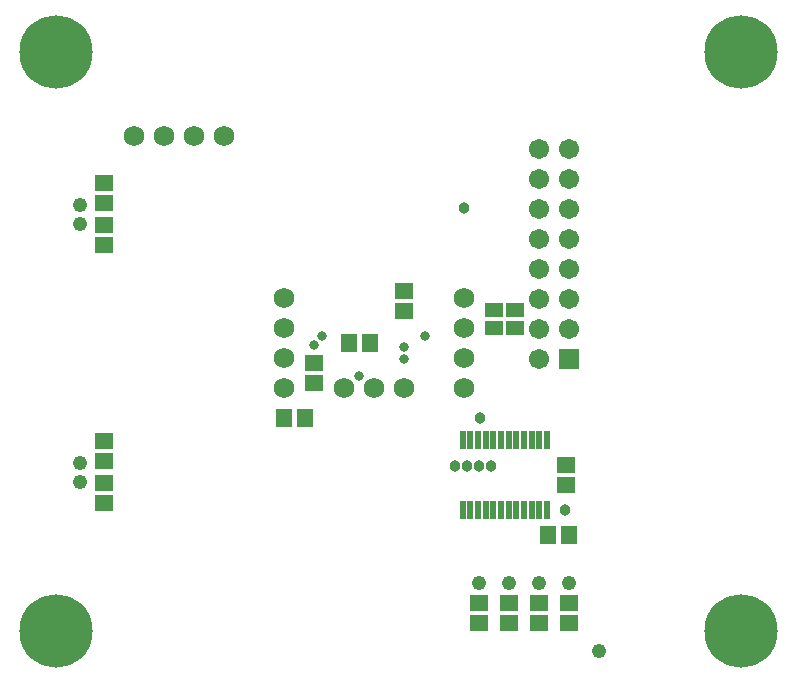
<source format=gbs>
G04 Layer_Color=16711935*
%FSLAX25Y25*%
%MOIN*%
G70*
G01*
G75*
%ADD40C,0.06800*%
%ADD41C,0.24409*%
%ADD42C,0.06706*%
%ADD43R,0.06706X0.06706*%
%ADD44C,0.03800*%
%ADD45C,0.03300*%
%ADD46C,0.04800*%
%ADD47R,0.06115X0.05328*%
%ADD48R,0.02375X0.06312*%
%ADD49R,0.05328X0.06115*%
%ADD50R,0.06312X0.05131*%
%ADD51R,0.05328X0.06312*%
%ADD52R,0.06312X0.05328*%
D40*
X35000Y-15000D02*
D03*
X45000D02*
D03*
X25000D02*
D03*
X65000D02*
D03*
Y-5000D02*
D03*
Y5000D02*
D03*
Y15000D02*
D03*
X5000Y-15000D02*
D03*
Y-5000D02*
D03*
Y5000D02*
D03*
Y15000D02*
D03*
X-15000Y68898D02*
D03*
X-25000D02*
D03*
X-35000D02*
D03*
X-45000D02*
D03*
D41*
X-71220Y96850D02*
D03*
X157126D02*
D03*
Y-96063D02*
D03*
X-71220D02*
D03*
D42*
X90000Y64764D02*
D03*
X100000D02*
D03*
X90000Y54764D02*
D03*
X100000D02*
D03*
X90000Y44764D02*
D03*
X100000D02*
D03*
X90000Y34764D02*
D03*
X100000D02*
D03*
X90000Y24764D02*
D03*
X100000D02*
D03*
X90000Y14764D02*
D03*
X100000D02*
D03*
X90000Y4764D02*
D03*
X100000D02*
D03*
X90000Y-5236D02*
D03*
D43*
X100000D02*
D03*
D44*
X65000Y45000D02*
D03*
X70339Y-25000D02*
D03*
X62000Y-41000D02*
D03*
X70000D02*
D03*
X74000D02*
D03*
X66000D02*
D03*
X98614Y-55614D02*
D03*
D45*
X30000Y-11000D02*
D03*
X17638Y2362D02*
D03*
X45000Y-1213D02*
D03*
X52000Y2362D02*
D03*
X45000Y-5362D02*
D03*
X15000Y-787D02*
D03*
D46*
X70000Y-80000D02*
D03*
X80000D02*
D03*
X90000D02*
D03*
X100000D02*
D03*
X-63000Y46000D02*
D03*
Y-40000D02*
D03*
Y-46276D02*
D03*
Y39764D02*
D03*
X109858Y-102858D02*
D03*
D47*
X70000Y-93445D02*
D03*
Y-86555D02*
D03*
X80000Y-93445D02*
D03*
Y-86555D02*
D03*
X90000Y-93445D02*
D03*
Y-86555D02*
D03*
X100000Y-93445D02*
D03*
Y-86555D02*
D03*
X-55000Y-53445D02*
D03*
Y-46555D02*
D03*
Y53445D02*
D03*
Y46555D02*
D03*
Y-32555D02*
D03*
Y-39445D02*
D03*
Y32555D02*
D03*
Y39445D02*
D03*
X99000Y-47445D02*
D03*
Y-40555D02*
D03*
X45000Y17445D02*
D03*
Y10555D02*
D03*
D48*
X92575Y-55614D02*
D03*
X90016D02*
D03*
X87457D02*
D03*
X84898D02*
D03*
X82339D02*
D03*
X79779D02*
D03*
X77220D02*
D03*
X74661D02*
D03*
X72102D02*
D03*
X69543D02*
D03*
X66984D02*
D03*
X64425D02*
D03*
X92575Y-32386D02*
D03*
X90016D02*
D03*
X87457D02*
D03*
X84898D02*
D03*
X82339D02*
D03*
X79779D02*
D03*
X77220D02*
D03*
X74661D02*
D03*
X72102D02*
D03*
X69543D02*
D03*
X66984D02*
D03*
X64425D02*
D03*
D49*
X93055Y-64000D02*
D03*
X99945D02*
D03*
X11890Y-25000D02*
D03*
X5000D02*
D03*
D50*
X75000Y5047D02*
D03*
Y10953D02*
D03*
X82000Y5047D02*
D03*
Y10953D02*
D03*
D51*
X33445Y0D02*
D03*
X26555D02*
D03*
D52*
X15000Y-13445D02*
D03*
Y-6555D02*
D03*
M02*

</source>
